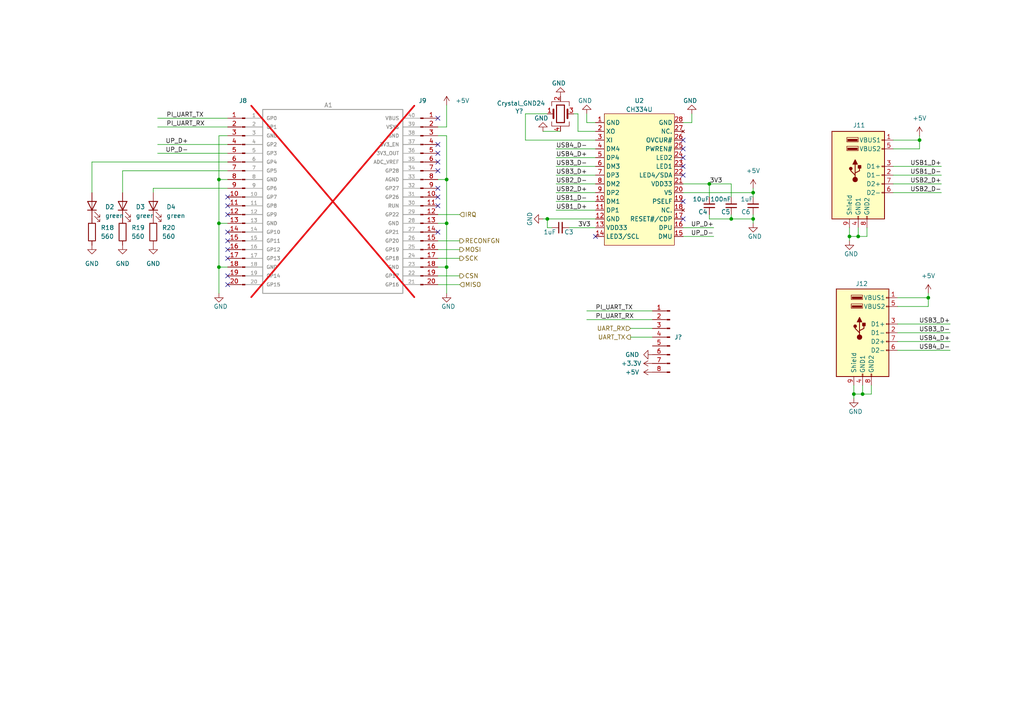
<source format=kicad_sch>
(kicad_sch (version 20231120) (generator "eeschema") (generator_version "8.0")
  (paper "A4")
  (title_block (title "MiSTeryShield20KRPiPico") (date "2025-01-30") (rev "V1") (company "Stefan Voss") (comment 3 "(c) 2025 by Stefan Voss") (comment 4 "MiSTery Pi Pico WLAN Shield for Tang Nano 20K"))
  (lib_symbols
    (symbol "Connector:Conn_01x08_Pin" (pin_names (offset 1.016) hide)
      (property "Reference" "J" (at 0 10.16 0))
      (property "Value" "Conn_01x08_Pin" (at 0 -12.7 0))
      (symbol "Conn_01x08_Pin_1_1"
        (polyline (pts (xy 1.27 -10.16) (xy 0.8636 -10.16)) (stroke (width 0.1524)))
        (polyline (pts (xy 1.27 -7.62) (xy 0.8636 -7.62)) (stroke (width 0.1524)))
        (polyline (pts (xy 1.27 -5.08) (xy 0.8636 -5.08)) (stroke (width 0.1524)))
        (polyline (pts (xy 1.27 -2.54) (xy 0.8636 -2.54)) (stroke (width 0.1524)))
        (polyline (pts (xy 1.27 0) (xy 0.8636 0)) (stroke (width 0.1524)))
        (polyline (pts (xy 1.27 2.54) (xy 0.8636 2.54)) (stroke (width 0.1524)))
        (polyline (pts (xy 1.27 5.08) (xy 0.8636 5.08)) (stroke (width 0.1524)))
        (polyline (pts (xy 1.27 7.62) (xy 0.8636 7.62)) (stroke (width 0.1524)))
        (rectangle (start 0.8636 -10.033) (end 0 -10.287) (stroke (width 0.1524)) (fill (type outline)))
        (rectangle (start 0.8636 -7.493) (end 0 -7.747) (stroke (width 0.1524)) (fill (type outline)))
        (rectangle (start 0.8636 -4.953) (end 0 -5.207) (stroke (width 0.1524)) (fill (type outline)))
        (rectangle (start 0.8636 -2.413) (end 0 -2.667) (stroke (width 0.1524)) (fill (type outline)))
        (rectangle (start 0.8636 0.127) (end 0 -0.127) (stroke (width 0.1524)) (fill (type outline)))
        (rectangle (start 0.8636 2.667) (end 0 2.413) (stroke (width 0.1524)) (fill (type outline)))
        (rectangle (start 0.8636 5.207) (end 0 4.953) (stroke (width 0.1524)) (fill (type outline)))
        (rectangle (start 0.8636 7.747) (end 0 7.493) (stroke (width 0.1524)) (fill (type outline)))
        (pin passive line (at 5.08 7.62 180) (length 3.81) (name "Pin_1") (number "1"))
        (pin passive line (at 5.08 5.08 180) (length 3.81) (name "Pin_2") (number "2"))
        (pin passive line (at 5.08 2.54 180) (length 3.81) (name "Pin_3") (number "3"))
        (pin passive line (at 5.08 0 180) (length 3.81) (name "Pin_4") (number "4"))
        (pin passive line (at 5.08 -2.54 180) (length 3.81) (name "Pin_5") (number "5"))
        (pin passive line (at 5.08 -5.08 180) (length 3.81) (name "Pin_6") (number "6"))
        (pin passive line (at 5.08 -7.62 180) (length 3.81) (name "Pin_7") (number "7"))
        (pin passive line (at 5.08 -10.16 180) (length 3.81) (name "Pin_8") (number "8"))
      )
    )
    (symbol "Connector:Conn_01x20_Pin" (pin_names (offset 1.016) hide)
      (property "Reference" "J" (at 0 25.4 0))
      (property "Value" "Conn_01x20_Pin" (at 0 -27.94 0))
      (symbol "Conn_01x20_Pin_1_1"
        (polyline (pts (xy 1.27 -25.4) (xy 0.8636 -25.4)) (stroke (width 0.1524)))
        (polyline (pts (xy 1.27 -22.86) (xy 0.8636 -22.86)) (stroke (width 0.1524)))
        (polyline (pts (xy 1.27 -20.32) (xy 0.8636 -20.32)) (stroke (width 0.1524)))
        (polyline (pts (xy 1.27 -17.78) (xy 0.8636 -17.78)) (stroke (width 0.1524)))
        (polyline (pts (xy 1.27 -15.24) (xy 0.8636 -15.24)) (stroke (width 0.1524)))
        (polyline (pts (xy 1.27 -12.7) (xy 0.8636 -12.7)) (stroke (width 0.1524)))
        (polyline (pts (xy 1.27 -10.16) (xy 0.8636 -10.16)) (stroke (width 0.1524)))
        (polyline (pts (xy 1.27 -7.62) (xy 0.8636 -7.62)) (stroke (width 0.1524)))
        (polyline (pts (xy 1.27 -5.08) (xy 0.8636 -5.08)) (stroke (width 0.1524)))
        (polyline (pts (xy 1.27 -2.54) (xy 0.8636 -2.54)) (stroke (width 0.1524)))
        (polyline (pts (xy 1.27 0) (xy 0.8636 0)) (stroke (width 0.1524)))
        (polyline (pts (xy 1.27 2.54) (xy 0.8636 2.54)) (stroke (width 0.1524)))
        (polyline (pts (xy 1.27 5.08) (xy 0.8636 5.08)) (stroke (width 0.1524)))
        (polyline (pts (xy 1.27 7.62) (xy 0.8636 7.62)) (stroke (width 0.1524)))
        (polyline (pts (xy 1.27 10.16) (xy 0.8636 10.16)) (stroke (width 0.1524)))
        (polyline (pts (xy 1.27 12.7) (xy 0.8636 12.7)) (stroke (width 0.1524)))
        (polyline (pts (xy 1.27 15.24) (xy 0.8636 15.24)) (stroke (width 0.1524)))
        (polyline (pts (xy 1.27 17.78) (xy 0.8636 17.78)) (stroke (width 0.1524)))
        (polyline (pts (xy 1.27 20.32) (xy 0.8636 20.32)) (stroke (width 0.1524)))
        (polyline (pts (xy 1.27 22.86) (xy 0.8636 22.86)) (stroke (width 0.1524)))
        (rectangle (start 0.8636 -25.273) (end 0 -25.527) (stroke (width 0.1524)) (fill (type outline)))
        (rectangle (start 0.8636 -22.733) (end 0 -22.987) (stroke (width 0.1524)) (fill (type outline)))
        (rectangle (start 0.8636 -20.193) (end 0 -20.447) (stroke (width 0.1524)) (fill (type outline)))
        (rectangle (start 0.8636 -17.653) (end 0 -17.907) (stroke (width 0.1524)) (fill (type outline)))
        (rectangle (start 0.8636 -15.113) (end 0 -15.367) (stroke (width 0.1524)) (fill (type outline)))
        (rectangle (start 0.8636 -12.573) (end 0 -12.827) (stroke (width 0.1524)) (fill (type outline)))
        (rectangle (start 0.8636 -10.033) (end 0 -10.287) (stroke (width 0.1524)) (fill (type outline)))
        (rectangle (start 0.8636 -7.493) (end 0 -7.747) (stroke (width 0.1524)) (fill (type outline)))
        (rectangle (start 0.8636 -4.953) (end 0 -5.207) (stroke (width 0.1524)) (fill (type outline)))
        (rectangle (start 0.8636 -2.413) (end 0 -2.667) (stroke (width 0.1524)) (fill (type outline)))
        (rectangle (start 0.8636 0.127) (end 0 -0.127) (stroke (width 0.1524)) (fill (type outline)))
        (rectangle (start 0.8636 2.667) (end 0 2.413) (stroke (width 0.1524)) (fill (type outline)))
        (rectangle (start 0.8636 5.207) (end 0 4.953) (stroke (width 0.1524)) (fill (type outline)))
        (rectangle (start 0.8636 7.747) (end 0 7.493) (stroke (width 0.1524)) (fill (type outline)))
        (rectangle (start 0.8636 10.287) (end 0 10.033) (stroke (width 0.1524)) (fill (type outline)))
        (rectangle (start 0.8636 12.827) (end 0 12.573) (stroke (width 0.1524)) (fill (type outline)))
        (rectangle (start 0.8636 15.367) (end 0 15.113) (stroke (width 0.1524)) (fill (type outline)))
        (rectangle (start 0.8636 17.907) (end 0 17.653) (stroke (width 0.1524)) (fill (type outline)))
        (rectangle (start 0.8636 20.447) (end 0 20.193) (stroke (width 0.1524)) (fill (type outline)))
        (rectangle (start 0.8636 22.987) (end 0 22.733) (stroke (width 0.1524)) (fill (type outline)))
        (pin passive line (at 5.08 22.86 180) (length 3.81) (name "Pin_1") (number "1"))
        (pin passive line (at 5.08 0 180) (length 3.81) (name "Pin_10") (number "10"))
        (pin passive line (at 5.08 -2.54 180) (length 3.81) (name "Pin_11") (number "11"))
        (pin passive line (at 5.08 -5.08 180) (length 3.81) (name "Pin_12") (number "12"))
        (pin passive line (at 5.08 -7.62 180) (length 3.81) (name "Pin_13") (number "13"))
        (pin passive line (at 5.08 -10.16 180) (length 3.81) (name "Pin_14") (number "14"))
        (pin passive line (at 5.08 -12.7 180) (length 3.81) (name "Pin_15") (number "15"))
        (pin passive line (at 5.08 -15.24 180) (length 3.81) (name "Pin_16") (number "16"))
        (pin passive line (at 5.08 -17.78 180) (length 3.81) (name "Pin_17") (number "17"))
        (pin passive line (at 5.08 -20.32 180) (length 3.81) (name "Pin_18") (number "18"))
        (pin passive line (at 5.08 -22.86 180) (length 3.81) (name "Pin_19") (number "19"))
        (pin passive line (at 5.08 20.32 180) (length 3.81) (name "Pin_2") (number "2"))
        (pin passive line (at 5.08 -25.4 180) (length 3.81) (name "Pin_20") (number "20"))
        (pin passive line (at 5.08 17.78 180) (length 3.81) (name "Pin_3") (number "3"))
        (pin passive line (at 5.08 15.24 180) (length 3.81) (name "Pin_4") (number "4"))
        (pin passive line (at 5.08 12.7 180) (length 3.81) (name "Pin_5") (number "5"))
        (pin passive line (at 5.08 10.16 180) (length 3.81) (name "Pin_6") (number "6"))
        (pin passive line (at 5.08 7.62 180) (length 3.81) (name "Pin_7") (number "7"))
        (pin passive line (at 5.08 5.08 180) (length 3.81) (name "Pin_8") (number "8"))
        (pin passive line (at 5.08 2.54 180) (length 3.81) (name "Pin_9") (number "9"))
      )
    )
    (symbol "Device:C_Small" (pin_numbers hide) (pin_names (offset 0.254) hide)
      (property "Reference" "C" (at 0.254 1.778 0))
      (property "Value" "C_Small" (at 0.254 -2.032 0))
      (symbol "C_Small_0_1"
        (polyline (pts (xy -1.524 -0.508) (xy 1.524 -0.508)) (stroke (width 0.3302)))
        (polyline (pts (xy -1.524 0.508) (xy 1.524 0.508)) (stroke (width 0.3048)))
      )
      (symbol "C_Small_1_1"
        (pin passive line (at 0 2.54 270) (length 2.032) (name "~") (number "1"))
        (pin passive line (at 0 -2.54 90) (length 2.032) (name "~") (number "2"))
      )
    )
    (symbol "Device:Crystal_GND24" (pin_names (offset 1.016) hide)
      (property "Reference" "Y" (at 3.175 5.08 0))
      (property "Value" "Crystal_GND24" (at 3.175 3.175 0))
      (symbol "Crystal_GND24_0_1"
        (rectangle (start -1.143 2.54) (end 1.143 -2.54) (stroke (width 0.3048)))
        (polyline (pts (xy -2.54 0) (xy -2.032 0)))
        (polyline (pts (xy -2.032 -1.27) (xy -2.032 1.27)) (stroke (width 0.508)))
        (polyline (pts (xy 0 -3.81) (xy 0 -3.556)))
        (polyline (pts (xy 0 3.556) (xy 0 3.81)))
        (polyline (pts (xy 2.032 -1.27) (xy 2.032 1.27)) (stroke (width 0.508)))
        (polyline (pts (xy 2.032 0) (xy 2.54 0)))
        (polyline (pts (xy -2.54 -2.286) (xy -2.54 -3.556) (xy 2.54 -3.556) (xy 2.54 -2.286)))
        (polyline (pts (xy -2.54 2.286) (xy -2.54 3.556) (xy 2.54 3.556) (xy 2.54 2.286)))
      )
      (symbol "Crystal_GND24_1_1"
        (pin passive line (at -3.81 0 0) (length 1.27) (name "1") (number "1"))
        (pin passive line (at 0 5.08 270) (length 1.27) (name "2") (number "2"))
        (pin passive line (at 3.81 0 180) (length 1.27) (name "3") (number "3"))
        (pin passive line (at 0 -5.08 90) (length 1.27) (name "4") (number "4"))
      )
    )
    (symbol "Device:LED" (pin_numbers hide) (pin_names (offset 1.016) hide)
      (property "Reference" "D" (at 0 2.54 0))
      (property "Value" "LED" (at 0 -2.54 0))
      (symbol "LED_0_1"
        (polyline (pts (xy -1.27 -1.27) (xy -1.27 1.27)) (stroke (width 0.254)))
        (polyline (pts (xy -1.27 0) (xy 1.27 0)))
        (polyline (pts (xy 1.27 -1.27) (xy 1.27 1.27) (xy -1.27 0) (xy 1.27 -1.27)) (stroke (width 0.254)))
        (polyline (pts (xy -3.048 -0.762) (xy -4.572 -2.286) (xy -3.81 -2.286) (xy -4.572 -2.286) (xy -4.572 -1.524)))
        (polyline (pts (xy -1.778 -0.762) (xy -3.302 -2.286) (xy -2.54 -2.286) (xy -3.302 -2.286) (xy -3.302 -1.524)))
      )
      (symbol "LED_1_1"
        (pin passive line (at -3.81 0 0) (length 2.54) (name "K") (number "1"))
        (pin passive line (at 3.81 0 180) (length 2.54) (name "A") (number "2"))
      )
    )
    (symbol "Device:R" (pin_numbers hide) (pin_names (offset 0))
      (property "Reference" "R" (at 2.032 0 90))
      (property "Value" "R" (at 0 0 90))
      (symbol "R_0_1"
        (rectangle (start -1.016 -2.54) (end 1.016 2.54) (stroke (width 0.254)))
      )
      (symbol "R_1_1"
        (pin passive line (at 0 3.81 270) (length 1.27) (name "~") (number "1"))
        (pin passive line (at 0 -3.81 90) (length 1.27) (name "~") (number "2"))
      )
    )
    (symbol "MiSTeryShield20kRPiPico:Raspberry_Pi_Pico_W" (pin_names (offset 1.016))
      (property "Reference" "A1" (at 1.524 32.258 0))
      (property "Value" "Raspberry_Pi_Pico_W" (at 1.524 29.718 0))
      (property "Footprint" "misteryshield20kpico:Raspberry_Pi_Pico_W" (at 1.016 -30.226 0))
      (property "manufacturer" "Raspberry Pi" (at 1.524 27.178 0))
      (symbol "Raspberry_Pi_Pico_W_0_0"
        (rectangle (start -19.05 25.4) (end 21.59 -27.94) (stroke (width 0.254)))
        (pin bidirectional line (at -24.13 22.86 0) (length 5.08) (name "GP0") (number "1"))
        (pin bidirectional line (at -24.13 0 0) (length 5.08) (name "GP7") (number "10"))
        (pin bidirectional line (at -24.13 -2.54 0) (length 5.08) (name "GP8") (number "11"))
        (pin bidirectional line (at -24.13 -5.08 0) (length 5.08) (name "GP9") (number "12"))
        (pin power_in line (at -24.13 -7.62 0) (length 5.08) (name "GND") (number "13"))
        (pin bidirectional line (at -24.13 -10.16 0) (length 5.08) (name "GP10") (number "14"))
        (pin bidirectional line (at -24.13 -12.7 0) (length 5.08) (name "GP11") (number "15"))
        (pin bidirectional line (at -24.13 -15.24 0) (length 5.08) (name "GP12") (number "16"))
        (pin bidirectional line (at -24.13 -17.78 0) (length 5.08) (name "GP13") (number "17"))
        (pin power_in line (at -24.13 -20.32 0) (length 5.08) (name "GND") (number "18"))
        (pin bidirectional line (at -24.13 -22.86 0) (length 5.08) (name "GP14") (number "19"))
        (pin bidirectional line (at -24.13 20.32 0) (length 5.08) (name "GP1") (number "2"))
        (pin bidirectional line (at -24.13 -25.4 0) (length 5.08) (name "GP15") (number "20"))
        (pin bidirectional line (at 26.67 -25.4 180) (length 5.08) (name "GP16") (number "21"))
        (pin bidirectional line (at 26.67 -22.86 180) (length 5.08) (name "GP17") (number "22"))
        (pin power_in line (at 26.67 -20.32 180) (length 5.08) (name "GND") (number "23"))
        (pin bidirectional line (at 26.67 -17.78 180) (length 5.08) (name "GP18") (number "24"))
        (pin bidirectional line (at 26.67 -15.24 180) (length 5.08) (name "GP19") (number "25"))
        (pin bidirectional line (at 26.67 -12.7 180) (length 5.08) (name "GP20") (number "26"))
        (pin bidirectional line (at 26.67 -10.16 180) (length 5.08) (name "GP21") (number "27"))
        (pin power_in line (at 26.67 -7.62 180) (length 5.08) (name "GND") (number "28"))
        (pin bidirectional line (at 26.67 -5.08 180) (length 5.08) (name "GP22") (number "29"))
        (pin power_in line (at -24.13 17.78 0) (length 5.08) (name "GND") (number "3"))
        (pin input line (at 26.67 -2.54 180) (length 5.08) (name "RUN") (number "30"))
        (pin bidirectional line (at 26.67 0 180) (length 5.08) (name "GP26") (number "31"))
        (pin bidirectional line (at 26.67 2.54 180) (length 5.08) (name "GP27") (number "32"))
        (pin power_in line (at 26.67 5.08 180) (length 5.08) (name "AGND") (number "33"))
        (pin bidirectional line (at 26.67 7.62 180) (length 5.08) (name "GP28") (number "34"))
        (pin power_in line (at 26.67 10.16 180) (length 5.08) (name "ADC_VREF") (number "35"))
        (pin power_in line (at 26.67 12.7 180) (length 5.08) (name "3V3_OUT") (number "36"))
        (pin input line (at 26.67 15.24 180) (length 5.08) (name "3V3_EN") (number "37"))
        (pin power_in line (at 26.67 17.78 180) (length 5.08) (name "GND") (number "38"))
        (pin free line (at 26.67 20.32 180) (length 5.08) (name "VSYS") (number "39"))
        (pin bidirectional line (at -24.13 15.24 0) (length 5.08) (name "GP2") (number "4"))
        (pin free line (at 26.67 22.86 180) (length 5.08) (name "VBUS") (number "40"))
        (pin bidirectional line (at -24.13 12.7 0) (length 5.08) (name "GP3") (number "5"))
        (pin bidirectional line (at -24.13 10.16 0) (length 5.08) (name "GP4") (number "6"))
        (pin bidirectional line (at -24.13 7.62 0) (length 5.08) (name "GP5") (number "7"))
        (pin power_in line (at -24.13 5.08 0) (length 5.08) (name "GND") (number "8"))
        (pin bidirectional line (at -24.13 2.54 0) (length 5.08) (name "GP6") (number "9"))
      )
    )
    (symbol "misteryshield20kpico:USB_A_Stacked" (pin_names (offset 1.016))
      (property "Reference" "J" (at 0 15.875 0))
      (property "Value" "USB_A_Stacked" (at 0 13.97 0))
      (symbol "USB_A_Stacked_0_1"
        (rectangle (start -7.62 12.7) (end 7.62 -12.7) (stroke (width 0.254)) (fill (type background)))
        (circle (center -2.159 1.905) (radius 0.381) (stroke (width 0.254)) (fill (type outline)))
        (circle (center -0.889 -1.27) (radius 0.635) (stroke (width 0.254)) (fill (type outline)))
        (rectangle (start -0.254 7.366) (end -3.048 7.874) (fill (type outline)))
        (rectangle (start -0.254 9.906) (end -3.048 10.414) (fill (type outline)))
        (rectangle (start -0.127 -12.7) (end 0.127 -11.938))
        (polyline (pts (xy -1.524 3.175) (xy -0.254 3.175) (xy -0.889 4.445) (xy -1.524 3.175)) (stroke (width 0.254)) (fill (type outline)))
        (polyline (pts (xy -0.889 -0.635) (xy -0.889 0) (xy -2.159 1.27) (xy -2.159 1.905)) (stroke (width 0.254)))
        (polyline (pts (xy -0.889 0) (xy -0.889 0.635) (xy 0.381 1.27) (xy 0.381 2.54)) (stroke (width 0.254)))
        (rectangle (start 0 2.794) (end 0.762 2.032) (stroke (width 0.254)) (fill (type outline)))
        (rectangle (start 0 7.112) (end -3.302 8.382))
        (rectangle (start 0 9.652) (end -3.302 10.922))
        (rectangle (start 2.413 -12.7) (end 2.667 -11.938))
        (rectangle (start 7.62 -5.207) (end 6.858 -4.953))
        (rectangle (start 7.62 -2.667) (end 6.858 -2.413))
        (rectangle (start 7.62 -0.127) (end 6.858 0.127))
        (rectangle (start 7.62 2.413) (end 6.858 2.667))
        (rectangle (start 7.62 7.493) (end 6.858 7.747))
        (rectangle (start 7.62 10.033) (end 6.858 10.287))
      )
      (symbol "USB_A_Stacked_1_1"
        (polyline (pts (xy -0.889 0.635) (xy -0.889 3.175)) (stroke (width 0.254)))
        (pin power_in line (at 10.16 10.16 180) (length 2.54) (name "VBUS1") (number "1"))
        (pin bidirectional line (at 10.16 0 180) (length 2.54) (name "D1-") (number "2"))
        (pin bidirectional line (at 10.16 2.54 180) (length 2.54) (name "D1+") (number "3"))
        (pin power_in line (at 0 -15.24 90) (length 2.54) (name "GND1") (number "4"))
        (pin power_in line (at 10.16 7.62 180) (length 2.54) (name "VBUS2") (number "5"))
        (pin bidirectional line (at 10.16 -5.08 180) (length 2.54) (name "D2-") (number "6"))
        (pin bidirectional line (at 10.16 -2.54 180) (length 2.54) (name "D2+") (number "7"))
        (pin power_in line (at 2.54 -15.24 90) (length 2.54) (name "GND2") (number "8"))
        (pin passive line (at -2.54 -15.24 90) (length 2.54) (name "Shield") (number "9"))
      )
    )
    (symbol "power:+3.3V" (power) (pin_names (offset 0))
      (property "Value" "+3.3V" (at 0 3.556 0))
      (symbol "+3.3V_0_1"
        (polyline (pts (xy -0.762 1.27) (xy 0 2.54)))
        (polyline (pts (xy 0 0) (xy 0 2.54)))
        (polyline (pts (xy 0 2.54) (xy 0.762 1.27)))
      )
      (symbol "+3.3V_1_1"
        (pin power_in line (at 0 0 90) (length 0) hide (name "+3.3V") (number "1"))
      )
    )
    (symbol "power:+5V" (power) (pin_names (offset 0))
      (property "Value" "+5V" (at 0 3.556 0))
      (symbol "+5V_0_1"
        (polyline (pts (xy -0.762 1.27) (xy 0 2.54)))
        (polyline (pts (xy 0 0) (xy 0 2.54)))
        (polyline (pts (xy 0 2.54) (xy 0.762 1.27)))
      )
      (symbol "+5V_1_1"
        (pin power_in line (at 0 0 90) (length 0) hide (name "+5V") (number "1"))
      )
    )
    (symbol "power:GND" (power) (pin_names (offset 0))
      (property "Value" "GND" (at 0 -3.81 0))
      (symbol "GND_0_1"
        (polyline (pts (xy 0 0) (xy 0 -1.27) (xy 1.27 -1.27) (xy 0 -2.54) (xy -1.27 -1.27) (xy 0 -1.27)))
      )
      (symbol "GND_1_1"
        (pin power_in line (at 0 0 270) (length 0) hide (name "GND") (number "1"))
      )
    )
    (symbol "wch_mcu_peripheral:CH334U"
      (property "Reference" "U" (at 6.35 -21.59 0))
      (property "Value" "CH334U" (at -2.54 -21.59 0))
      (symbol "CH334U_0_1"
        (rectangle (start -10.16 19.05) (end 10.16 -19.05) (fill (type background)))
      )
      (symbol "CH334U_1_1"
        (pin power_in line (at -12.7 16.51 0) (length 2.54) (name "GND") (number "1"))
        (pin bidirectional line (at -12.7 -6.35 0) (length 2.54) (name "DM1") (number "10"))
        (pin bidirectional line (at -12.7 -8.89 0) (length 2.54) (name "DP1") (number "11"))
        (pin power_in line (at -12.7 -11.43 0) (length 2.54) (name "GND") (number "12"))
        (pin power_in line (at -12.7 -13.97 0) (length 2.54) (name "VDD33") (number "13"))
        (pin bidirectional line (at -12.7 -16.51 0) (length 2.54) (name "LED3/SCL") (number "14"))
        (pin bidirectional line (at 12.7 -16.51 180) (length 2.54) (name "DMU") (number "15"))
        (pin bidirectional line (at 12.7 -13.97 180) (length 2.54) (name "DPU") (number "16"))
        (pin input line (at 12.7 -11.43 180) (length 2.54) (name "RESET#/CDP") (number "17"))
        (pin no_connect line (at 12.7 -8.89 180) (length 2.54) (name "NC.") (number "18"))
        (pin input line (at 12.7 -6.35 180) (length 2.54) (name "PSELF") (number "19"))
        (pin output line (at -12.7 13.97 0) (length 2.54) (name "XO") (number "2"))
        (pin power_in line (at 12.7 -3.81 180) (length 2.54) (name "V5") (number "20"))
        (pin power_in line (at 12.7 -1.27 180) (length 2.54) (name "VDD33") (number "21"))
        (pin bidirectional line (at 12.7 1.27 180) (length 2.54) (name "LED4/SDA") (number "22"))
        (pin bidirectional line (at 12.7 3.81 180) (length 2.54) (name "LED1") (number "23"))
        (pin bidirectional line (at 12.7 6.35 180) (length 2.54) (name "LED2") (number "24"))
        (pin output line (at 12.7 8.89 180) (length 2.54) (name "PWREN#") (number "25"))
        (pin input line (at 12.7 11.43 180) (length 2.54) (name "OVCUR#") (number "26"))
        (pin no_connect line (at 12.7 13.97 180) (length 2.54) (name "NC.") (number "27"))
        (pin power_in line (at 12.7 16.51 180) (length 2.54) (name "GND") (number "28"))
        (pin input line (at -12.7 11.43 0) (length 2.54) (name "XI") (number "3"))
        (pin bidirectional line (at -12.7 8.89 0) (length 2.54) (name "DM4") (number "4"))
        (pin bidirectional line (at -12.7 6.35 0) (length 2.54) (name "DP4") (number "5"))
        (pin bidirectional line (at -12.7 3.81 0) (length 2.54) (name "DM3") (number "6"))
        (pin bidirectional line (at -12.7 1.27 0) (length 2.54) (name "DP3") (number "7"))
        (pin bidirectional line (at -12.7 -1.27 0) (length 2.54) (name "DM2") (number "8"))
        (pin bidirectional line (at -12.7 -3.81 0) (length 2.54) (name "DP2") (number "9"))
      )
    )
  )
  (junction (at 250.19 114.3))
  (junction (at 158.75 63.5))
  (junction (at 129.54 52.07))
  (junction (at 218.44 55.88))
  (junction (at 266.7 40.64))
  (junction (at 269.24 86.36))
  (junction (at 63.5 52.07))
  (junction (at 205.74 53.34))
  (junction (at 212.09 63.5))
  (junction (at 248.92 68.58))
  (junction (at 129.54 64.77))
  (junction (at 246.38 68.58))
  (junction (at 129.54 77.47))
  (junction (at 218.44 63.5))
  (junction (at 63.5 64.77))
  (junction (at 63.5 77.47))
  (junction (at 247.65 114.3))
  (no_connect (at 127 57.15))
  (no_connect (at 127 67.31))
  (no_connect (at 127 54.61))
  (no_connect (at 66.04 80.01))
  (no_connect (at 198.12 58.42))
  (no_connect (at 127 44.45))
  (no_connect (at 66.04 59.69))
  (no_connect (at 127 34.29))
  (no_connect (at 66.04 69.85))
  (no_connect (at 66.04 57.15))
  (no_connect (at 127 46.99))
  (no_connect (at 198.12 48.26))
  (no_connect (at 127 41.91))
  (no_connect (at 198.12 45.72))
  (no_connect (at 172.72 68.58))
  (no_connect (at 66.04 67.31))
  (no_connect (at 198.12 63.5))
  (no_connect (at 66.04 82.55))
  (no_connect (at 198.12 43.18))
  (no_connect (at 127 59.69))
  (no_connect (at 66.04 74.93))
  (no_connect (at 198.12 50.8))
  (no_connect (at 127 49.53))
  (no_connect (at 198.12 40.64))
  (no_connect (at 66.04 62.23))
  (no_connect (at 66.04 72.39))
  (wire (pts (xy 158.75 33.02) (xy 152.4 33.02)))
  (wire (pts (xy 218.44 63.5) (xy 218.44 64.77)))
  (wire (pts (xy 63.5 64.77) (xy 66.04 64.77)))
  (wire (pts (xy 161.29 43.18) (xy 172.72 43.18)))
  (wire (pts (xy 157.48 38.1) (xy 162.56 38.1)))
  (wire (pts (xy 63.5 52.07) (xy 63.5 64.77)))
  (wire (pts (xy 35.56 49.53) (xy 35.56 55.88)))
  (wire (pts (xy 63.5 77.47) (xy 66.04 77.47)))
  (wire (pts (xy 45.72 34.29) (xy 66.04 34.29)))
  (wire (pts (xy 45.72 44.45) (xy 66.04 44.45)))
  (wire (pts (xy 152.4 33.02) (xy 152.4 40.64)))
  (wire (pts (xy 252.73 111.76) (xy 252.73 114.3)))
  (wire (pts (xy 63.5 77.47) (xy 63.5 85.09)))
  (wire (pts (xy 198.12 53.34) (xy 205.74 53.34)))
  (wire (pts (xy 251.46 68.58) (xy 248.92 68.58)))
  (wire (pts (xy 212.09 57.15) (xy 212.09 53.34)))
  (wire (pts (xy 205.74 53.34) (xy 205.74 57.15)))
  (wire (pts (xy 66.04 49.53) (xy 35.56 49.53)))
  (wire (pts (xy 218.44 54.61) (xy 218.44 55.88)))
  (wire (pts (xy 127 69.85) (xy 133.35 69.85)))
  (wire (pts (xy 205.74 62.23) (xy 205.74 63.5)))
  (wire (pts (xy 63.5 52.07) (xy 66.04 52.07)))
  (wire (pts (xy 246.38 68.58) (xy 246.38 69.85)))
  (wire (pts (xy 205.74 63.5) (xy 212.09 63.5)))
  (wire (pts (xy 259.08 48.26) (xy 273.05 48.26)))
  (wire (pts (xy 170.18 33.02) (xy 170.18 35.56)))
  (wire (pts (xy 252.73 114.3) (xy 250.19 114.3)))
  (wire (pts (xy 45.72 41.91) (xy 66.04 41.91)))
  (wire (pts (xy 260.35 99.06) (xy 275.59 99.06)))
  (wire (pts (xy 251.46 66.04) (xy 251.46 68.58)))
  (wire (pts (xy 161.29 55.88) (xy 172.72 55.88)))
  (wire (pts (xy 246.38 66.04) (xy 246.38 68.58)))
  (wire (pts (xy 266.7 40.64) (xy 266.7 43.18)))
  (wire (pts (xy 127 74.93) (xy 133.35 74.93)))
  (wire (pts (xy 260.35 96.52) (xy 275.59 96.52)))
  (wire (pts (xy 167.64 38.1) (xy 172.72 38.1)))
  (wire (pts (xy 127 72.39) (xy 133.35 72.39)))
  (wire (pts (xy 259.08 53.34) (xy 273.05 53.34)))
  (wire (pts (xy 248.92 68.58) (xy 246.38 68.58)))
  (wire (pts (xy 266.7 39.37) (xy 266.7 40.64)))
  (wire (pts (xy 259.08 55.88) (xy 273.05 55.88)))
  (wire (pts (xy 66.04 54.61) (xy 44.45 54.61)))
  (wire (pts (xy 250.19 111.76) (xy 250.19 114.3)))
  (wire (pts (xy 45.72 36.83) (xy 66.04 36.83)))
  (wire (pts (xy 212.09 63.5) (xy 218.44 63.5)))
  (wire (pts (xy 127 82.55) (xy 133.35 82.55)))
  (wire (pts (xy 269.24 86.36) (xy 269.24 88.9)))
  (wire (pts (xy 207.01 68.58) (xy 198.12 68.58)))
  (wire (pts (xy 127 62.23) (xy 133.35 62.23)))
  (wire (pts (xy 127 52.07) (xy 129.54 52.07)))
  (wire (pts (xy 170.18 90.17) (xy 189.23 90.17)))
  (wire (pts (xy 248.92 66.04) (xy 248.92 68.58)))
  (wire (pts (xy 200.66 33.02) (xy 200.66 35.56)))
  (wire (pts (xy 127 80.01) (xy 133.35 80.01)))
  (wire (pts (xy 127 64.77) (xy 129.54 64.77)))
  (wire (pts (xy 157.48 63.5) (xy 158.75 63.5)))
  (wire (pts (xy 161.29 53.34) (xy 172.72 53.34)))
  (wire (pts (xy 218.44 55.88) (xy 218.44 57.15)))
  (wire (pts (xy 129.54 52.07) (xy 129.54 64.77)))
  (wire (pts (xy 152.4 40.64) (xy 172.72 40.64)))
  (wire (pts (xy 259.08 43.18) (xy 266.7 43.18)))
  (wire (pts (xy 247.65 111.76) (xy 247.65 114.3)))
  (wire (pts (xy 212.09 62.23) (xy 212.09 63.5)))
  (wire (pts (xy 129.54 39.37) (xy 129.54 52.07)))
  (wire (pts (xy 260.35 86.36) (xy 269.24 86.36)))
  (wire (pts (xy 66.04 46.99) (xy 26.67 46.99)))
  (wire (pts (xy 198.12 35.56) (xy 200.66 35.56)))
  (wire (pts (xy 26.67 46.99) (xy 26.67 55.88)))
  (wire (pts (xy 269.24 85.09) (xy 269.24 86.36)))
  (wire (pts (xy 167.64 33.02) (xy 167.64 38.1)))
  (wire (pts (xy 129.54 77.47) (xy 129.54 85.09)))
  (wire (pts (xy 182.88 97.79) (xy 189.23 97.79)))
  (wire (pts (xy 170.18 92.71) (xy 189.23 92.71)))
  (wire (pts (xy 165.1 66.04) (xy 172.72 66.04)))
  (wire (pts (xy 161.29 50.8) (xy 172.72 50.8)))
  (wire (pts (xy 182.88 95.25) (xy 189.23 95.25)))
  (wire (pts (xy 129.54 30.48) (xy 129.54 36.83)))
  (wire (pts (xy 158.75 63.5) (xy 172.72 63.5)))
  (wire (pts (xy 247.65 114.3) (xy 247.65 115.57)))
  (wire (pts (xy 161.29 45.72) (xy 172.72 45.72)))
  (wire (pts (xy 218.44 63.5) (xy 218.44 62.23)))
  (wire (pts (xy 205.74 53.34) (xy 212.09 53.34)))
  (wire (pts (xy 259.08 40.64) (xy 266.7 40.64)))
  (wire (pts (xy 127 77.47) (xy 129.54 77.47)))
  (wire (pts (xy 161.29 60.96) (xy 172.72 60.96)))
  (wire (pts (xy 161.29 58.42) (xy 172.72 58.42)))
  (wire (pts (xy 158.75 63.5) (xy 158.75 66.04)))
  (wire (pts (xy 160.02 66.04) (xy 158.75 66.04)))
  (wire (pts (xy 166.37 33.02) (xy 167.64 33.02)))
  (wire (pts (xy 207.01 66.04) (xy 198.12 66.04)))
  (wire (pts (xy 260.35 93.98) (xy 275.59 93.98)))
  (wire (pts (xy 127 36.83) (xy 129.54 36.83)))
  (wire (pts (xy 129.54 64.77) (xy 129.54 77.47)))
  (wire (pts (xy 260.35 88.9) (xy 269.24 88.9)))
  (wire (pts (xy 127 39.37) (xy 129.54 39.37)))
  (wire (pts (xy 260.35 101.6) (xy 275.59 101.6)))
  (wire (pts (xy 63.5 64.77) (xy 63.5 77.47)))
  (wire (pts (xy 172.72 35.56) (xy 170.18 35.56)))
  (wire (pts (xy 259.08 50.8) (xy 273.05 50.8)))
  (wire (pts (xy 250.19 114.3) (xy 247.65 114.3)))
  (wire (pts (xy 66.04 39.37) (xy 63.5 39.37)))
  (wire (pts (xy 161.29 48.26) (xy 172.72 48.26)))
  (wire (pts (xy 198.12 55.88) (xy 218.44 55.88)))
  (wire (pts (xy 44.45 54.61) (xy 44.45 55.88)))
  (wire (pts (xy 63.5 39.37) (xy 63.5 52.07)))
  (label "USB3_D+" (at 275.59 93.98 180))
  (label "USB3_D-" (at 161.29 48.26 0))
  (label "UP_D+" (at 207.01 66.04 180))
  (label "3V3" (at 167.64 66.04 0))
  (label "UP_D+" (at 54.61 41.91 180))
  (label "3V3" (at 209.55 53.34 180))
  (label "USB3_D-" (at 275.59 96.52 180))
  (label "PI_UART_TX" (at 48.26 34.29 0))
  (label "UP_D-" (at 207.01 68.58 180))
  (label "USB2_D-" (at 273.05 55.88 180))
  (label "PI_UART_RX" (at 172.72 92.71 0))
  (label "USB4_D+" (at 161.29 45.72 0))
  (label "UP_D-" (at 54.61 44.45 180))
  (label "USB1_D+" (at 161.29 60.96 0))
  (label "PI_UART_TX" (at 172.72 90.17 0))
  (label "USB3_D+" (at 161.29 50.8 0))
  (label "USB2_D+" (at 161.29 55.88 0))
  (label "PI_UART_RX" (at 48.26 36.83 0))
  (label "USB4_D-" (at 275.59 101.6 180))
  (label "USB2_D+" (at 273.05 53.34 180))
  (label "USB1_D-" (at 161.29 58.42 0))
  (label "USB2_D-" (at 161.29 53.34 0))
  (label "USB4_D-" (at 161.29 43.18 0))
  (label "USB1_D+" (at 273.05 48.26 180))
  (label "USB1_D-" (at 273.05 50.8 180))
  (label "USB4_D+" (at 275.59 99.06 180))
  (hierarchical_label "MISO" (shape input) (at 133.35 82.55 0))
  (hierarchical_label "MOSI" (shape output) (at 133.35 72.39 0))
  (hierarchical_label "CSN" (shape output) (at 133.35 80.01 0))
  (hierarchical_label "SCK" (shape output) (at 133.35 74.93 0))
  (hierarchical_label "UART_RX" (shape input) (at 182.88 95.25 180))
  (hierarchical_label "UART_TX" (shape output) (at 182.88 97.79 180))
  (hierarchical_label "RECONFGN" (shape output) (at 133.35 69.85 0))
  (hierarchical_label "IRQ" (shape input) (at 133.35 62.23 0))
  (symbol (lib_id "power:GND") (at 81.28 -116.84 0) (unit 1)
    (property "Reference" "#PWR055" (effects (hide yes)))
    (property "Value" "GND" (at 83.82 -113.03 0) (effects (justify right)))
  )
  (symbol (lib_id "misteryshield20kpico:USB_A_Stacked") (at 250.19 96.52 0) (unit 1)
    (property "Reference" "J12" (at 249.936 82.296 0))
    (property "Value" "USB_A_Stacked" (effects (hide yes)))
    (property "Footprint" "MiSTeryShield20kRPiPico:USB_A_Wuerth_61400826021_Horizontal_Stacked" (effects (hide yes)))
    (property "Description" "USB Type A connector, stacked" (effects (hide yes)))
    (property "LCSC Part #" "C456021" (effects (hide yes)))
  )
  (symbol (lib_id "power:GND") (at 247.65 115.57 0) (unit 1)
    (property "Reference" "#PWR?" (effects (hide yes)))
    (property "Value" "GND" (at 250.19 119.38 0) (effects (justify right)))
  )
  (symbol (lib_id "Connector:Conn_01x20_Pin") (at 71.12 57.15 0) (mirror y) (unit 1)
    (property "Reference" "J8" (at 70.485 29.21 0))
    (property "Value" "Conn_01x20_Pin" (effects (hide yes)))
    (property "Footprint" "Connector_PinSocket_2.54mm:PinSocket_1x20_P2.54mm_Vertical" (effects (hide yes)))
    (property "Description" "Generic connector, single row, 01x20, script generated" (effects (hide yes)))
    (property "LCSC Part #" "C18078139" (effects (hide yes)))
    (property "Comment" "1x20, P2.54mm" (effects (hide yes)))
  )
  (symbol (lib_id "Device:R") (at 26.67 67.31 0) (unit 1)
    (property "Reference" "R18" (at 29.21 66.0399 0) (effects (justify left)))
    (property "Value" "560" (at 29.21 68.5799 0) (effects (justify left)))
    (property "Footprint" "Resistor_SMD:R_0805_2012Metric" (effects (hide yes)))
    (property "LCSC Part #" "C28636" (effects (hide yes)))
    (property "Comment" "0805" (effects (hide yes)))
  )
  (symbol (lib_id "power:GND") (at 26.67 71.12 0) (unit 1)
    (property "Reference" "#PWR057" (effects (hide yes)))
    (property "Value" "GND" (at 26.67 76.454 0))
  )
  (symbol (lib_id "power:GND") (at 157.48 63.5 270) (unit 1)
    (property "Reference" "#PWR04" (effects (hide yes)))
    (property "Value" "GND" (at 153.67 63.5 0))
  )
  (symbol (lib_id "Device:LED") (at 26.67 59.69 90) (unit 1)
    (property "Reference" "D2" (at 30.48 60.0074 90) (effects (justify right)))
    (property "Value" "green" (at 30.48 62.5474 90) (effects (justify right)))
    (property "Footprint" "LED_SMD:LED_0805_2012Metric" (effects (hide yes)))
    (property "LCSC Part #" "C2297" (effects (hide yes)))
    (property "Comment" "0805" (effects (hide yes)))
  )
  (symbol (lib_id "power:GND") (at 63.5 85.09 0) (unit 1)
    (property "Reference" "#PWR056" (effects (hide yes)))
    (property "Value" "GND" (at 66.04 88.9 0) (effects (justify right)))
  )
  (symbol (lib_id "power:+5V") (at 129.54 30.48 0) (unit 1)
    (property "Reference" "#PWR035" (effects (hide yes)))
    (property "Value" "+5V" (at 132.08 29.2099 0) (effects (justify left)))
  )
  (symbol (lib_id "Device:LED") (at 35.56 59.69 90) (unit 1)
    (property "Reference" "D3" (at 39.37 60.0074 90) (effects (justify right)))
    (property "Value" "green" (at 39.37 62.5474 90) (effects (justify right)))
    (property "Footprint" "LED_SMD:LED_0805_2012Metric" (effects (hide yes)))
    (property "LCSC Part #" "C2297" (effects (hide yes)))
    (property "Comment" "0805" (effects (hide yes)))
  )
  (symbol (lib_id "power:+5V") (at 269.24 85.09 0) (unit 1)
    (property "Reference" "#PWR?" (effects (hide yes)))
    (property "Value" "+5V" (at 269.24 80.01 0))
  )
  (symbol (lib_id "power:GND") (at 246.38 69.85 0) (unit 1)
    (property "Reference" "#PWR?" (effects (hide yes)))
    (property "Value" "GND" (at 248.92 73.66 0) (effects (justify right)))
  )
  (symbol (lib_id "power:GND") (at 218.44 64.77 0) (unit 1)
    (property "Reference" "#PWR?" (effects (hide yes)))
    (property "Value" "GND" (at 220.98 68.58 0) (effects (justify right)))
  )
  (symbol (lib_id "power:+5V") (at 266.7 39.37 0) (unit 1)
    (property "Reference" "#PWR?" (effects (hide yes)))
    (property "Value" "+5V" (at 266.7 34.29 0))
  )
  (symbol (lib_id "power:GND") (at 157.48 38.1 180) (unit 1)
    (property "Reference" "#PWR?" (effects (hide yes)))
    (property "Value" "GND" (at 154.94 34.29 0) (effects (justify right)))
  )
  (symbol (lib_id "Device:C_Small") (at 212.09 59.69 180) (unit 1)
    (property "Reference" "C5" (at 211.836 61.468 0) (effects (justify left)))
    (property "Value" "100nF" (at 212.09 57.785 0) (effects (justify left)))
    (property "Footprint" "Capacitor_SMD:C_0805_2012Metric" (effects (hide yes)))
    (property "LCSC Part #" "C49678" (effects (hide yes)))
    (property "Comment" "0805" (effects (hide yes)))
  )
  (symbol (lib_id "power:GND") (at 129.54 85.09 0) (unit 1)
    (property "Reference" "#PWR037" (effects (hide yes)))
    (property "Value" "GND" (at 132.08 88.9 0) (effects (justify right)))
  )
  (symbol (lib_id "Device:C_Small") (at 218.44 59.69 180) (unit 1)
    (property "Reference" "C6" (at 217.678 61.468 0) (effects (justify left)))
    (property "Value" "1uF" (at 218.44 57.785 0) (effects (justify left)))
    (property "Footprint" "Capacitor_SMD:C_0805_2012Metric" (effects (hide yes)))
    (property "LCSC Part #" "C91185" (effects (hide yes)))
    (property "Comment" "0805" (effects (hide yes)))
  )
  (symbol (lib_id "power:GND") (at 170.18 33.02 180) (unit 1)
    (property "Reference" "#PWR07" (effects (hide yes)))
    (property "Value" "GND" (at 167.64 29.21 0) (effects (justify right)))
  )
  (symbol (lib_id "MiSTeryShield20kRPiPico:Raspberry_Pi_Pico_W") (at 95.25 57.15 0) (unit 1) (in_bom no) (on_board no) (dnp yes)
    (property "Reference" "A1" (at 95.25 30.48 0))
    (property "Value" "Raspberry_Pi_Pico_W" (effects (hide yes)))
    (property "Footprint" "misteryshield20kpico:Raspberry_Pi_Pico_W" (effects (hide yes)))
    (property "Datasheet" "https://datasheets.raspberrypi.com/picow/pico-w-datasheet.pdf" (effects (hide yes)))
    (property "manufacturer" "Raspberry Pi" (effects (hide yes)))
  )
  (symbol (lib_id "Connector:Conn_01x08_Pin") (at 194.31 97.79 0) (mirror y) (unit 1)
    (property "Reference" "J?" (at 195.58 97.79 0) (effects (justify right)))
    (property "Value" "Conn_02x04_Pin" (effects (hide yes)))
    (property "Footprint" "Connector_PinHeader_2.54mm:PinHeader_2x04_P2.54mm_Vertical" (effects (hide yes)))
    (property "LCSC Part #" "C7501275" (effects (hide yes)))
    (property "Comment" "2x04, P2.54mm" (effects (hide yes)))
  )
  (symbol (lib_id "wch_mcu_peripheral:CH334U") (at 185.42 52.07 0) (unit 1)
    (property "Reference" "U2" (at 185.42 29.21 0))
    (property "Value" "CH334U" (at 185.42 31.75 0))
    (property "Footprint" "Package_SO:SSOP-28_3.9x9.9mm_P0.635mm" (effects (hide yes)))
    (property "Datasheet" "http://www.wch-ic.com/downloads/CH334DS1_PDF.html" (effects (hide yes)))
    (property "LCSC Part #" "C5187524" (effects (hide yes)))
    (property "Comment" "SSOP-28" (effects (hide yes)))
  )
  (symbol (lib_id "power:GND") (at 200.66 33.02 180) (unit 1)
    (property "Reference" "#PWR08" (effects (hide yes)))
    (property "Value" "GND" (at 198.12 29.21 0) (effects (justify right)))
  )
  (symbol (lib_id "Connector:Conn_01x20_Pin") (at 121.92 57.15 0) (unit 1)
    (property "Reference" "J9" (at 122.555 29.21 0))
    (property "Value" "Conn_01x20_Pin" (effects (hide yes)))
    (property "Footprint" "Connector_PinSocket_2.54mm:PinSocket_1x20_P2.54mm_Vertical" (effects (hide yes)))
    (property "Description" "Generic connector, single row, 01x20, script generated" (effects (hide yes)))
    (property "LCSC Part #" "C18078139" (effects (hide yes)))
    (property "Comment" "1x20, P2.54mm" (effects (hide yes)))
  )
  (symbol (lib_id "power:GND") (at 35.56 71.12 0) (unit 1)
    (property "Reference" "#PWR058" (effects (hide yes)))
    (property "Value" "GND" (at 35.56 76.454 0))
  )
  (symbol (lib_id "misteryshield20kpico:USB_A_Stacked") (at 248.92 50.8 0) (unit 1)
    (property "Reference" "J11" (at 249.174 36.322 0))
    (property "Value" "USB_A_Stacked" (effects (hide yes)))
    (property "Footprint" "MiSTeryShield20kRPiPico:USB_A_Wuerth_61400826021_Horizontal_Stacked" (effects (hide yes)))
    (property "Description" "USB Type A connector, stacked" (effects (hide yes)))
    (property "LCSC Part #" "C456021" (effects (hide yes)))
  )
  (symbol (lib_id "Device:R") (at 35.56 67.31 0) (unit 1)
    (property "Reference" "R19" (at 38.1 66.0399 0) (effects (justify left)))
    (property "Value" "560" (at 38.1 68.5799 0) (effects (justify left)))
    (property "Footprint" "Resistor_SMD:R_0805_2012Metric" (effects (hide yes)))
    (property "LCSC Part #" "C28636" (effects (hide yes)))
    (property "Comment" "0805" (effects (hide yes)))
  )
  (symbol (lib_id "power:GND") (at 44.45 71.12 0) (unit 1)
    (property "Reference" "#PWR059" (effects (hide yes)))
    (property "Value" "GND" (at 44.45 76.454 0))
  )
  (symbol (lib_id "power:+5V") (at 189.23 107.95 90) (mirror x) (unit 1)
    (property "Reference" "#PWR?" (effects (hide yes)))
    (property "Value" "+5V" (at 185.42 107.95 90) (effects (justify left)))
  )
  (symbol (lib_id "power:+3.3V") (at 189.23 105.41 90) (mirror x) (unit 1)
    (property "Reference" "#PWR?" (effects (hide yes)))
    (property "Value" "+3.3V" (at 186.055 105.41 90) (effects (justify left)))
  )
  (symbol (lib_id "Device:C_Small") (at 205.74 59.69 180) (unit 1)
    (property "Reference" "C4" (at 205.232 61.468 0) (effects (justify left)))
    (property "Value" "10uF" (at 205.74 57.785 0) (effects (justify left)))
    (property "Footprint" "Capacitor_SMD:C_0805_2012Metric" (effects (hide yes)))
    (property "LCSC Part #" "C1952580" (effects (hide yes)))
    (property "Comment" "0805" (effects (hide yes)))
  )
  (symbol (lib_id "power:GND") (at 189.23 102.87 270) (mirror x) (unit 1)
    (property "Reference" "#PWR?" (effects (hide yes)))
    (property "Value" "GND" (at 185.42 102.87 90) (effects (justify right)))
  )
  (symbol (lib_id "power:+5V") (at 218.44 54.61 0) (unit 1)
    (property "Reference" "#PWR?" (effects (hide yes)))
    (property "Value" "+5V" (at 218.44 49.53 0))
  )
  (symbol (lib_id "Device:C_Small") (at 162.56 66.04 90) (unit 1)
    (property "Reference" "C3" (at 166.37 67.31 90) (effects (justify left)))
    (property "Value" "1uF" (at 161.29 67.31 90) (effects (justify left)))
    (property "Footprint" "Capacitor_SMD:C_0805_2012Metric" (effects (hide yes)))
    (property "LCSC Part #" "C91185" (effects (hide yes)))
    (property "Comment" "0805" (effects (hide yes)))
  )
  (symbol (lib_id "Device:Crystal_GND24") (at 162.56 33.02 0) (unit 1)
    (property "Reference" "Y?" (at 150.622 32.258 0))
    (property "Value" "Crystal_GND24" (at 151.13 29.972 0))
    (property "Footprint" "Crystal:Crystal_SMD_3225-4Pin_3.2x2.5mm" (effects (hide yes)))
    (property "Description" "Four pin crystal, GND on pins 2 and 4" (effects (hide yes)))
    (property "LCSC Part #" "C9002" (effects (hide yes)))
    (property "Comment" "SMD 3225 4-Pin" (effects (hide yes)))
  )
  (symbol (lib_id "Device:R") (at 44.45 67.31 0) (unit 1)
    (property "Reference" "R20" (at 46.99 66.0399 0) (effects (justify left)))
    (property "Value" "560" (at 46.99 68.5799 0) (effects (justify left)))
    (property "Footprint" "Resistor_SMD:R_0805_2012Metric" (effects (hide yes)))
    (property "LCSC Part #" "C28636" (effects (hide yes)))
    (property "Comment" "0805" (effects (hide yes)))
  )
  (symbol (lib_id "power:GND") (at 162.56 27.94 180) (unit 1)
    (property "Reference" "#PWR?" (effects (hide yes)))
    (property "Value" "GND" (at 160.02 24.13 0) (effects (justify right)))
  )
  (symbol (lib_id "Device:LED") (at 44.45 59.69 90) (unit 1)
    (property "Reference" "D4" (at 48.26 60.0074 90) (effects (justify right)))
    (property "Value" "green" (at 48.26 62.5474 90) (effects (justify right)))
    (property "Footprint" "LED_SMD:LED_0805_2012Metric" (effects (hide yes)))
    (property "LCSC Part #" "C2297" (effects (hide yes)))
    (property "Comment" "0805" (effects (hide yes)))
  )
)
</source>
